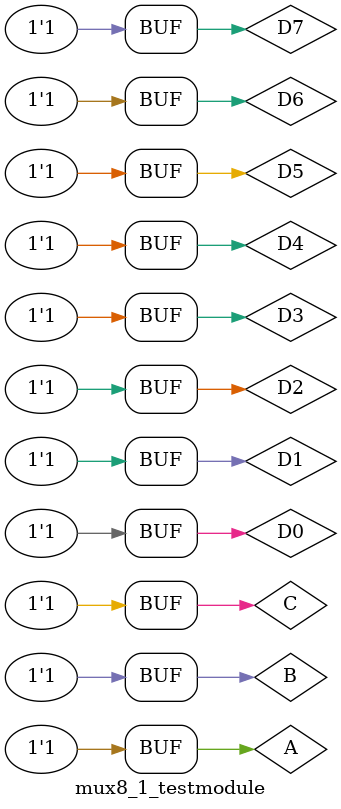
<source format=v>
module mux8_1_testmodule();
reg D0,D1,D2,D3,D4,D5,D6,D7,A,B,C;
wire P;
mux8_1 test(P,D0,D1,D2,D3,D4,D5,D6,D7,A,B,C);
initial
begin
$dumpfile("mux8_1test.vcd");
$dumpvars(0,mux8_1_testmodule);
end
initial
begin
D0=0;
D1=0;
D2=0;
D3=0;
D4=0;
D5=0;
D6=0;
D7=0;
A=0;
B=0;
C=0;
#10;

D0=0;
D1=0;
D2=0;
D3=0;
D4=1;
D5=0;
D6=1;
D7=1;
A=0;
B=0;
C=1;
#10;

D0=0;
D1=0;
D2=0;
D3=1;
D4=1;
D5=1;
D6=0;
D7=0;
A=0;
B=1;
C=0;
#10;

D0=0;
D1=0;
D2=0;
D3=0;
D4=1;
D5=0;
D6=1;
D7=0;
A=0;
B=1;
C=1;
#10;

D0=0;
D1=0;
D2=0;
D3=1;
D4=0;
D5=1;
D6=0;
D7=0;
A=1;
B=0;
C=0;
#10;

D0=0;
D1=0;
D2=0;
D3=1;
D4=0;
D5=0;
D6=0;
D7=1;
A=1;
B=0;
C=1;
#10;

D0=0;
D1=0;
D2=0;
D3=1;
D4=0;
D5=0;
D6=1;
D7=0;
A=1;
B=1;
C=0;
#10;

D0=1;
D1=1;
D2=1;
D3=1;
D4=1;
D5=1;
D6=1;
D7=1;
A=1;
B=1;
C=1;
#10;


end
endmodule

</source>
